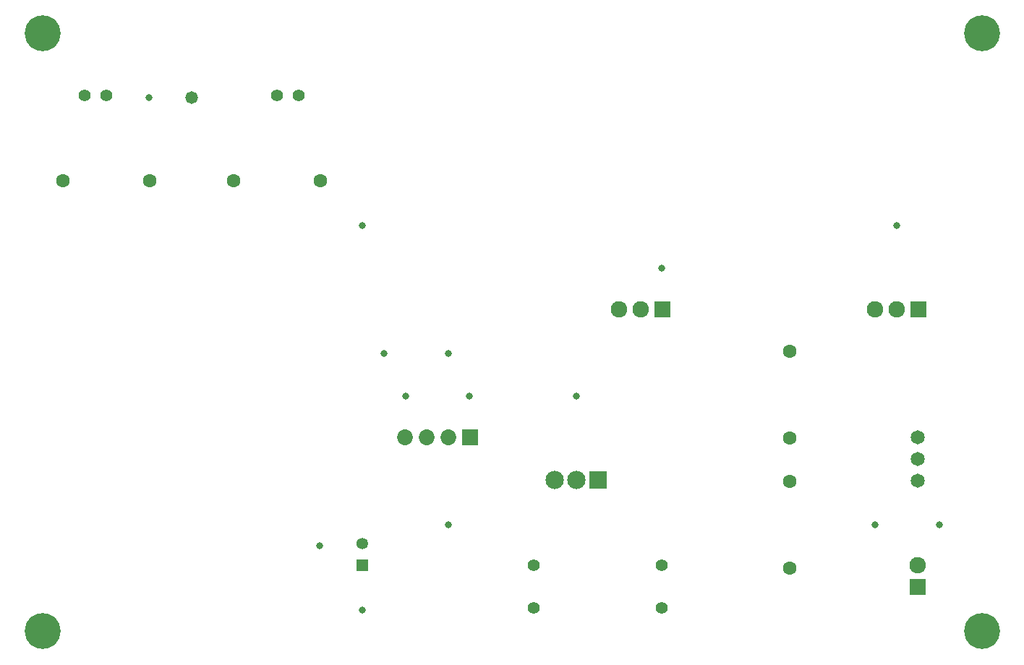
<source format=gbs>
G04*
G04 #@! TF.GenerationSoftware,Altium Limited,Altium Designer,20.1.14 (287)*
G04*
G04 Layer_Color=16711935*
%FSLAX25Y25*%
%MOIN*%
G70*
G04*
G04 #@! TF.SameCoordinates,E164291B-CF09-4FE7-BB31-66095F1D64E0*
G04*
G04*
G04 #@! TF.FilePolarity,Negative*
G04*
G01*
G75*
%ADD16C,0.16548*%
%ADD17C,0.06312*%
%ADD18C,0.06509*%
%ADD19C,0.05524*%
%ADD20C,0.07591*%
%ADD21R,0.07591X0.07591*%
%ADD22C,0.07296*%
%ADD23R,0.07296X0.07296*%
%ADD24R,0.07591X0.07591*%
%ADD25C,0.08418*%
%ADD26R,0.08418X0.08418*%
%ADD27C,0.05328*%
%ADD28R,0.05328X0.05328*%
%ADD29C,0.03162*%
%ADD30C,0.05800*%
D16*
X442913Y285433D02*
D03*
Y9843D02*
D03*
X9843D02*
D03*
Y285433D02*
D03*
D17*
X354331Y139055D02*
D03*
Y99055D02*
D03*
Y39055D02*
D03*
Y79055D02*
D03*
X19370Y217480D02*
D03*
X59370D02*
D03*
X138110D02*
D03*
X98110D02*
D03*
D18*
X413386Y79370D02*
D03*
Y89370D02*
D03*
Y99370D02*
D03*
D19*
X39370Y256850D02*
D03*
X29370D02*
D03*
X128110D02*
D03*
X118110D02*
D03*
X295276Y40315D02*
D03*
Y20630D02*
D03*
X236221D02*
D03*
Y40315D02*
D03*
D20*
X413386D02*
D03*
X393701Y158425D02*
D03*
X403701D02*
D03*
X275590D02*
D03*
X285591D02*
D03*
D21*
X413386Y30315D02*
D03*
D22*
X176850Y99370D02*
D03*
X186850D02*
D03*
X196850D02*
D03*
D23*
X206850D02*
D03*
D24*
X413701Y158425D02*
D03*
X295590D02*
D03*
D25*
X245905Y79685D02*
D03*
X255906D02*
D03*
D26*
X265905D02*
D03*
D27*
X157480Y50157D02*
D03*
D28*
Y40315D02*
D03*
D29*
X295276Y177165D02*
D03*
X403543Y196850D02*
D03*
X423228Y59055D02*
D03*
X137795Y49213D02*
D03*
X167323Y137795D02*
D03*
X206693Y118110D02*
D03*
X157480Y19685D02*
D03*
X59055Y255906D02*
D03*
X157480Y196850D02*
D03*
X196850Y59055D02*
D03*
Y137795D02*
D03*
X255906Y118110D02*
D03*
X393701Y59055D02*
D03*
X177165Y118110D02*
D03*
D30*
X78740Y255906D02*
D03*
M02*

</source>
